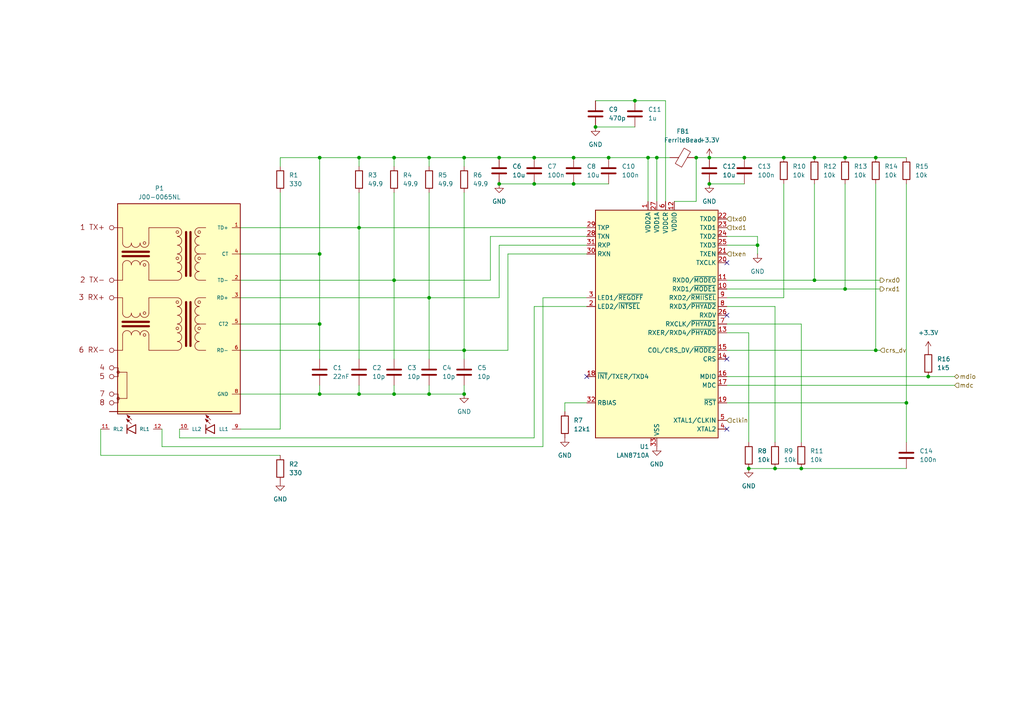
<source format=kicad_sch>
(kicad_sch (version 20231120) (generator "eeschema") (generator_version "8.0")
  (paper "A4")
  (lib_symbols
    (symbol "Device:C" (pin_numbers hide) (pin_names (offset 0.254))
      (property "Reference" "C" (at 0.635 2.54 0))
      (property "Value" "C" (at 0.635 -2.54 0))
      (symbol "C_0_1"
        (polyline (pts (xy -2.032 -0.762) (xy 2.032 -0.762)) (stroke (width 0.508)))
        (polyline (pts (xy -2.032 0.762) (xy 2.032 0.762)) (stroke (width 0.508)))
      )
      (symbol "C_1_1"
        (pin passive line (at 0 3.81 270) (length 2.794) (name "~") (number "1"))
        (pin passive line (at 0 -3.81 90) (length 2.794) (name "~") (number "2"))
      )
    )
    (symbol "Device:FerriteBead" (pin_numbers hide) (pin_names (offset 0))
      (property "Reference" "FB" (at -3.81 0.635 90))
      (property "Value" "FerriteBead" (at 3.81 0 90))
      (symbol "FerriteBead_0_1"
        (polyline (pts (xy 0 -1.27) (xy 0 -1.2192)))
        (polyline (pts (xy 0 1.27) (xy 0 1.2954)))
        (polyline (pts (xy -2.7686 0.4064) (xy -1.7018 2.2606) (xy 2.7686 -0.3048) (xy 1.6764 -2.159) (xy -2.7686 0.4064)))
      )
      (symbol "FerriteBead_1_1"
        (pin passive line (at 0 3.81 270) (length 2.54) (name "~") (number "1"))
        (pin passive line (at 0 -3.81 90) (length 2.54) (name "~") (number "2"))
      )
    )
    (symbol "Device:R" (pin_numbers hide) (pin_names (offset 0))
      (property "Reference" "R" (at 2.032 0 90))
      (property "Value" "R" (at 0 0 90))
      (symbol "R_0_1"
        (rectangle (start -1.016 -2.54) (end 1.016 2.54) (stroke (width 0.254)))
      )
      (symbol "R_1_1"
        (pin passive line (at 0 3.81 270) (length 1.27) (name "~") (number "1"))
        (pin passive line (at 0 -3.81 90) (length 1.27) (name "~") (number "2"))
      )
    )
    (symbol "Interface_Ethernet:LAN8710A"
      (property "Reference" "U" (at -13.97 34.29 0))
      (property "Value" "LAN8710A" (at 17.78 34.29 0))
      (symbol "LAN8710A_0_1"
        (rectangle (start -17.78 33.02) (end 17.78 -33.02) (stroke (width 0.254)) (fill (type background)))
      )
      (symbol "LAN8710A_1_1"
        (pin power_in line (at 2.54 35.56 270) (length 2.54) (name "VDD2A") (number "1"))
        (pin bidirectional line (at -20.32 10.16 0) (length 2.54) (name "RXD1/~{MODE1}") (number "10"))
        (pin bidirectional line (at -20.32 12.7 0) (length 2.54) (name "RXD0/~{MODE0}") (number "11"))
        (pin power_in line (at -5.08 35.56 270) (length 2.54) (name "VDDIO") (number "12"))
        (pin bidirectional line (at -20.32 -2.54 0) (length 2.54) (name "RXER/RXD4/~{PHYAD0}") (number "13"))
        (pin output line (at -20.32 -10.16 0) (length 2.54) (name "CRS") (number "14"))
        (pin bidirectional line (at -20.32 -7.62 0) (length 2.54) (name "COL/CRS_DV/~{MODE2}") (number "15"))
        (pin bidirectional line (at -20.32 -15.24 0) (length 2.54) (name "MDIO") (number "16"))
        (pin input line (at -20.32 -17.78 0) (length 2.54) (name "MDC") (number "17"))
        (pin bidirectional line (at 20.32 -15.24 180) (length 2.54) (name "~{INT}/TXER/TXD4") (number "18"))
        (pin input line (at -20.32 -22.86 0) (length 2.54) (name "~{RST}") (number "19"))
        (pin bidirectional line (at 20.32 5.08 180) (length 2.54) (name "LED2/~{INTSEL}") (number "2"))
        (pin output line (at -20.32 17.78 0) (length 2.54) (name "TXCLK") (number "20"))
        (pin input line (at -20.32 20.32 0) (length 2.54) (name "TXEN") (number "21"))
        (pin input line (at -20.32 30.48 0) (length 2.54) (name "TXD0") (number "22"))
        (pin input line (at -20.32 27.94 0) (length 2.54) (name "TXD1") (number "23"))
        (pin input line (at -20.32 25.4 0) (length 2.54) (name "TXD2") (number "24"))
        (pin input line (at -20.32 22.86 0) (length 2.54) (name "TXD3") (number "25"))
        (pin output line (at -20.32 2.54 0) (length 2.54) (name "RXDV") (number "26"))
        (pin power_in line (at 0 35.56 270) (length 2.54) (name "VDD1A") (number "27"))
        (pin bidirectional line (at 20.32 25.4 180) (length 2.54) (name "TXN") (number "28"))
        (pin bidirectional line (at 20.32 27.94 180) (length 2.54) (name "TXP") (number "29"))
        (pin bidirectional line (at 20.32 7.62 180) (length 2.54) (name "LED1/~{REGOFF}") (number "3"))
        (pin bidirectional line (at 20.32 20.32 180) (length 2.54) (name "RXN") (number "30"))
        (pin bidirectional line (at 20.32 22.86 180) (length 2.54) (name "RXP") (number "31"))
        (pin passive line (at 20.32 -22.86 180) (length 2.54) (name "RBIAS") (number "32"))
        (pin power_in line (at 0 -35.56 90) (length 2.54) (name "VSS") (number "33"))
        (pin output line (at -20.32 -30.48 0) (length 2.54) (name "XTAL2") (number "4"))
        (pin input line (at -20.32 -27.94 0) (length 2.54) (name "XTAL1/CLKIN") (number "5"))
        (pin power_in line (at -2.54 35.56 270) (length 2.54) (name "VDDCR") (number "6"))
        (pin bidirectional line (at -20.32 0 0) (length 2.54) (name "RXCLK/~{PHYAD1}") (number "7"))
        (pin bidirectional line (at -20.32 5.08 0) (length 2.54) (name "RXD3/~{PHYAD2}") (number "8"))
        (pin bidirectional line (at -20.32 7.62 0) (length 2.54) (name "RXD2/~{RMIISEL}") (number "9"))
      )
    )
    (symbol "PostmasterParts:J00-0065NL" (pin_names (offset 1.016))
      (property "Reference" "P" (at -17.7919 29.2295 0))
      (property "Value" "J00-0065NL" (at -17.7844 -38.1095 0))
      (symbol "J00-0065NL_0_0"
        (rectangle (start -20.1507 -28.6173) (end 15.4093 32.3427) (stroke (width 0.254)) (fill (type background)))
        (arc (start -8.255 -10.16) (mid -6.9905 -8.89) (end -8.255 -7.62) (stroke (width 0.1524)))
        (arc (start -8.255 -7.62) (mid -6.9905 -6.35) (end -8.255 -5.08) (stroke (width 0.1524)))
        (arc (start -8.255 -5.08) (mid -6.9905 -3.81) (end -8.255 -2.54) (stroke (width 0.1524)))
        (circle (center -8.255 -3.81) (radius 0.381))
        (arc (start -8.255 -2.54) (mid -6.9905 -1.27) (end -8.255 0) (stroke (width 0.1524)))
        (arc (start -8.255 0) (mid -6.9905 1.27) (end -8.255 2.54) (stroke (width 0.1524)))
        (arc (start -8.255 2.54) (mid -6.9905 3.81) (end -8.255 5.08) (stroke (width 0.1524)))
        (circle (center -8.255 3.81) (radius 0.381))
        (arc (start -8.255 10.16) (mid -6.9905 11.43) (end -8.255 12.7) (stroke (width 0.1524)))
        (arc (start -8.255 12.7) (mid -6.9905 13.97) (end -8.255 15.24) (stroke (width 0.1524)))
        (arc (start -8.255 15.24) (mid -6.9905 16.51) (end -8.255 17.78) (stroke (width 0.1524)))
        (circle (center -8.255 16.51) (radius 0.381))
        (arc (start -8.255 17.78) (mid -6.9905 19.05) (end -8.255 20.32) (stroke (width 0.1524)))
        (arc (start -8.255 20.32) (mid -6.9905 21.59) (end -8.255 22.86) (stroke (width 0.1524)))
        (arc (start -8.255 22.86) (mid -6.9905 24.13) (end -8.255 25.4) (stroke (width 0.1524)))
        (circle (center -8.255 24.13) (radius 0.381))
        (arc (start -1.905 -7.62) (mid -3.1694 -8.89) (end -1.905 -10.16) (stroke (width 0.1524)))
        (arc (start -1.905 -5.08) (mid -3.1694 -6.35) (end -1.905 -7.62) (stroke (width 0.1524)))
        (circle (center -1.905 -3.81) (radius 0.381))
        (arc (start -1.905 -2.54) (mid -3.1694 -3.81) (end -1.905 -5.08) (stroke (width 0.1524)))
        (arc (start -1.905 0) (mid -3.1694 -1.27) (end -1.905 -2.54) (stroke (width 0.1524)))
        (arc (start -1.905 2.54) (mid -3.1694 1.27) (end -1.905 0) (stroke (width 0.1524)))
        (circle (center -1.905 3.81) (radius 0.381))
        (arc (start -1.905 5.08) (mid -3.1694 3.81) (end -1.905 2.54) (stroke (width 0.1524)))
        (arc (start -1.905 12.7) (mid -3.1694 11.43) (end -1.905 10.16) (stroke (width 0.1524)))
        (arc (start -1.905 15.24) (mid -3.1694 13.97) (end -1.905 12.7) (stroke (width 0.1524)))
        (circle (center -1.905 16.51) (radius 0.381))
        (arc (start -1.905 17.78) (mid -3.1694 16.51) (end -1.905 15.24) (stroke (width 0.1524)))
        (arc (start -1.905 20.32) (mid -3.1694 19.05) (end -1.905 17.78) (stroke (width 0.1524)))
        (arc (start -1.905 22.86) (mid -3.1694 21.59) (end -1.905 20.32) (stroke (width 0.1524)))
        (circle (center -1.905 24.13) (radius 0.381))
        (arc (start -1.905 25.4) (mid -3.1694 24.13) (end -1.905 22.86) (stroke (width 0.1524)))
        (polyline (pts (xy -17.78 -27.94) (xy 17.78 -27.94)) (stroke (width 0.254)))
        (polyline (pts (xy -12.7 -33.02) (xy -12.7 -34.29)) (stroke (width 0.254)))
        (polyline (pts (xy -12.7 -31.75) (xy -12.7 -33.02)) (stroke (width 0.254)))
        (polyline (pts (xy -12.7 -31.75) (xy -10.16 -33.02)) (stroke (width 0.254)))
        (polyline (pts (xy -11.557 -30.353) (xy -10.16 -28.956)) (stroke (width 0.1524)))
        (polyline (pts (xy -11.43 -31.496) (xy -10.033 -30.099)) (stroke (width 0.1524)))
        (polyline (pts (xy -10.16 -33.02) (xy -12.7 -34.29)) (stroke (width 0.254)))
        (polyline (pts (xy -10.16 -33.02) (xy -10.16 -34.29)) (stroke (width 0.254)))
        (polyline (pts (xy -10.16 -31.75) (xy -10.16 -33.02)) (stroke (width 0.254)))
        (polyline (pts (xy -10.16 -10.16) (xy -8.255 -10.16)) (stroke (width 0.1524)))
        (polyline (pts (xy -10.16 -2.54) (xy -8.255 -2.54)) (stroke (width 0.1524)))
        (polyline (pts (xy -10.16 5.08) (xy -8.255 5.08)) (stroke (width 0.1524)))
        (polyline (pts (xy -10.16 10.16) (xy -8.255 10.16)) (stroke (width 0.1524)))
        (polyline (pts (xy -10.16 17.78) (xy -8.255 17.78)) (stroke (width 0.1524)))
        (polyline (pts (xy -10.16 25.4) (xy -8.255 25.4)) (stroke (width 0.1524)))
        (polyline (pts (xy -5.715 3.81) (xy -5.715 -8.89)) (stroke (width 0.635)))
        (polyline (pts (xy -5.715 24.13) (xy -5.715 11.43)) (stroke (width 0.635)))
        (polyline (pts (xy -4.445 3.81) (xy -4.445 -8.89)) (stroke (width 0.635)))
        (polyline (pts (xy -4.445 24.13) (xy -4.445 11.43)) (stroke (width 0.635)))
        (polyline (pts (xy -1.905 5.08) (xy 6.35 5.08)) (stroke (width 0.1524)))
        (polyline (pts (xy -1.905 25.4) (xy 6.35 25.4)) (stroke (width 0.1524)))
        (polyline (pts (xy 6.35 -10.16) (xy -1.905 -10.16)) (stroke (width 0.1524)))
        (polyline (pts (xy 6.35 -10.16) (xy 6.35 -5.715)) (stroke (width 0.1524)))
        (polyline (pts (xy 6.35 -3.175) (xy 13.97 -3.175)) (stroke (width 0.635)))
        (polyline (pts (xy 6.35 -1.905) (xy 13.97 -1.905)) (stroke (width 0.635)))
        (polyline (pts (xy 6.35 5.08) (xy 6.35 0.635)) (stroke (width 0.1524)))
        (polyline (pts (xy 6.35 10.16) (xy -1.905 10.16)) (stroke (width 0.1524)))
        (polyline (pts (xy 6.35 10.16) (xy 6.35 14.605)) (stroke (width 0.1524)))
        (polyline (pts (xy 6.35 17.145) (xy 13.97 17.145)) (stroke (width 0.635)))
        (polyline (pts (xy 6.35 18.415) (xy 13.97 18.415)) (stroke (width 0.635)))
        (polyline (pts (xy 6.35 25.4) (xy 6.35 20.955)) (stroke (width 0.1524)))
        (polyline (pts (xy 10.16 -33.02) (xy 10.16 -34.29)) (stroke (width 0.254)))
        (polyline (pts (xy 10.16 -31.75) (xy 10.16 -33.02)) (stroke (width 0.254)))
        (polyline (pts (xy 10.16 -31.75) (xy 12.7 -33.02)) (stroke (width 0.254)))
        (polyline (pts (xy 11.303 -30.353) (xy 12.7 -28.956)) (stroke (width 0.1524)))
        (polyline (pts (xy 11.43 -31.496) (xy 12.827 -30.099)) (stroke (width 0.1524)))
        (polyline (pts (xy 12.7 -33.02) (xy 10.16 -34.29)) (stroke (width 0.254)))
        (polyline (pts (xy 12.7 -33.02) (xy 12.7 -34.29)) (stroke (width 0.254)))
        (polyline (pts (xy 12.7 -31.75) (xy 12.7 -33.02)) (stroke (width 0.254)))
        (polyline (pts (xy 12.7 -24.13) (xy 15.24 -24.13)) (stroke (width 0.1524)))
        (polyline (pts (xy 12.7 -16.51) (xy 12.7 -24.13)) (stroke (width 0.1524)))
        (polyline (pts (xy 13.97 -10.16) (xy 16.51 -10.16)) (stroke (width 0.1524)))
        (polyline (pts (xy 13.97 -5.715) (xy 13.97 -10.16)) (stroke (width 0.1524)))
        (polyline (pts (xy 13.97 0.635) (xy 13.97 5.08)) (stroke (width 0.1524)))
        (polyline (pts (xy 13.97 5.08) (xy 16.51 5.08)) (stroke (width 0.1524)))
        (polyline (pts (xy 13.97 10.16) (xy 16.51 10.16)) (stroke (width 0.1524)))
        (polyline (pts (xy 13.97 14.605) (xy 13.97 10.16)) (stroke (width 0.1524)))
        (polyline (pts (xy 13.97 20.955) (xy 13.97 25.4)) (stroke (width 0.1524)))
        (polyline (pts (xy 13.97 25.4) (xy 16.51 25.4)) (stroke (width 0.1524)))
        (polyline (pts (xy 15.24 -25.4) (xy 16.51 -25.4)) (stroke (width 0.1524)))
        (polyline (pts (xy 15.24 -24.13) (xy 15.24 -25.4)) (stroke (width 0.1524)))
        (polyline (pts (xy 15.24 -22.86) (xy 15.24 -24.13)) (stroke (width 0.1524)))
        (polyline (pts (xy 15.24 -17.78) (xy 16.51 -17.78)) (stroke (width 0.1524)))
        (polyline (pts (xy 15.24 -16.51) (xy 12.7 -16.51)) (stroke (width 0.1524)))
        (polyline (pts (xy 15.24 -16.51) (xy 15.24 -17.78)) (stroke (width 0.1524)))
        (polyline (pts (xy 15.24 -15.24) (xy 15.24 -16.51)) (stroke (width 0.1524)))
        (polyline (pts (xy 16.51 -22.86) (xy 15.24 -22.86)) (stroke (width 0.1524)))
        (polyline (pts (xy 16.51 -15.24) (xy 15.24 -15.24)) (stroke (width 0.1524)))
        (polyline (pts (xy -10.16 -28.956) (xy -10.541 -29.845) (xy -11.049 -29.337) (xy -10.16 -28.956)) (stroke (width 0.1524)) (fill (type outline)))
        (polyline (pts (xy -10.033 -30.099) (xy -10.414 -30.988) (xy -10.922 -30.48) (xy -10.033 -30.099)) (stroke (width 0.1524)) (fill (type outline)))
        (polyline (pts (xy 12.7 -28.956) (xy 12.319 -29.845) (xy 11.811 -29.337) (xy 12.7 -28.956)) (stroke (width 0.1524)) (fill (type outline)))
        (polyline (pts (xy 12.827 -30.099) (xy 12.446 -30.988) (xy 11.938 -30.48) (xy 12.827 -30.099)) (stroke (width 0.1524)) (fill (type outline)))
        (arc (start 6.35 0.635) (mid 7.62 -0.6295) (end 8.89 0.635) (stroke (width 0.1524)))
        (arc (start 6.35 20.955) (mid 7.62 19.6905) (end 8.89 20.955) (stroke (width 0.1524)))
        (circle (center 7.62 -5.715) (radius 0.381))
        (circle (center 7.62 0.635) (radius 0.381))
        (circle (center 7.62 14.605) (radius 0.381))
        (circle (center 7.62 20.955) (radius 0.381))
        (arc (start 8.89 -5.715) (mid 7.62 -4.4505) (end 6.35 -5.715) (stroke (width 0.1524)))
        (arc (start 8.89 0.635) (mid 10.16 -0.6295) (end 11.43 0.635) (stroke (width 0.1524)))
        (arc (start 8.89 14.605) (mid 7.62 15.8694) (end 6.35 14.605) (stroke (width 0.1524)))
        (arc (start 8.89 20.955) (mid 10.16 19.6905) (end 11.43 20.955) (stroke (width 0.1524)))
        (arc (start 11.43 -5.715) (mid 10.16 -4.4505) (end 8.89 -5.715) (stroke (width 0.1524)))
        (arc (start 11.43 0.635) (mid 12.7 -0.6295) (end 13.97 0.635) (stroke (width 0.1524)))
        (arc (start 11.43 14.605) (mid 10.16 15.8694) (end 8.89 14.605) (stroke (width 0.1524)))
        (arc (start 11.43 20.955) (mid 12.7 19.6905) (end 13.97 20.955) (stroke (width 0.1524)))
        (arc (start 13.97 -5.715) (mid 12.7 -4.4505) (end 11.43 -5.715) (stroke (width 0.1524)))
        (arc (start 13.97 14.605) (mid 12.7 15.8694) (end 11.43 14.605) (stroke (width 0.1524)))
        (circle (center 15.24 -24.13) (radius 0.381))
        (circle (center 15.24 -16.51) (radius 0.381))
        (circle (center 17.145 -25.4) (radius 0.635) (stroke (width 0.1524)))
        (circle (center 17.145 -22.86) (radius 0.635) (stroke (width 0.1524)))
        (circle (center 17.145 -17.78) (radius 0.635) (stroke (width 0.1524)))
        (circle (center 17.145 -15.24) (radius 0.635) (stroke (width 0.1524)))
        (circle (center 17.145 -10.16) (radius 0.635) (stroke (width 0.1524)))
        (circle (center 17.145 5.08) (radius 0.635) (stroke (width 0.1524)))
        (circle (center 17.145 10.16) (radius 0.635) (stroke (width 0.1524)))
        (circle (center 17.145 25.4) (radius 0.635) (stroke (width 0.1524)))
        (text "1 TX+" (at 19.0576 24.6479 0) (effects (font (size 1.5246 1.5246)) (justify left bottom)))
        (text "2 TX-" (at 19.0542 9.4001 0) (effects (font (size 1.5243 1.5243)) (justify left bottom)))
        (text "3 RX+" (at 19.0802 4.3248 0) (effects (font (size 1.5264 1.5264)) (justify left bottom)))
        (text "4" (at 19.0648 -16.0144 0) (effects (font (size 1.5252 1.5252)) (justify left bottom)))
        (text "5" (at 19.0876 -18.5786 0) (effects (font (size 1.527 1.527)) (justify left bottom)))
        (text "6 RX-" (at 19.0605 -10.928 0) (effects (font (size 1.5248 1.5248)) (justify left bottom)))
        (text "7" (at 19.0717 -23.6489 0) (effects (font (size 1.5257 1.5257)) (justify left bottom)))
        (text "8" (at 19.0716 -26.1917 0) (effects (font (size 1.5257 1.5257)) (justify left bottom)))
        (pin input line (at -20.32 25.4 0) (length 2.54) (name "TD+") (number "1"))
        (pin passive line (at -2.54 -33.02 180) (length 2.54) (name "LL2") (number "10"))
        (pin passive line (at 20.32 -33.02 180) (length 2.54) (name "RL2") (number "11"))
        (pin passive line (at 2.54 -33.02 0) (length 2.54) (name "RL1") (number "12"))
        (pin input line (at -20.32 10.16 0) (length 2.54) (name "TD-") (number "2"))
        (pin input line (at -20.32 5.08 0) (length 2.54) (name "RD+") (number "3"))
        (pin input line (at -20.32 17.78 0) (length 2.54) (name "CT") (number "4"))
        (pin input line (at -20.32 -2.54 0) (length 2.54) (name "CT2") (number "5"))
        (pin input line (at -20.32 -10.16 0) (length 2.54) (name "RD-") (number "6"))
        (pin passive line (at -20.32 -22.86 0) (length 2.54) (name "GND") (number "8"))
        (pin passive line (at -20.32 -33.02 0) (length 2.54) (name "LL1") (number "9"))
      )
    )
    (symbol "power:+3.3V" (power) (pin_numbers hide) (pin_names (offset 0) hide)
      (property "Value" "+3.3V" (at 0 3.556 0))
      (symbol "+3.3V_0_1"
        (polyline (pts (xy -0.762 1.27) (xy 0 2.54)))
        (polyline (pts (xy 0 0) (xy 0 2.54)))
        (polyline (pts (xy 0 2.54) (xy 0.762 1.27)))
      )
      (symbol "+3.3V_1_1"
        (pin power_in line (at 0 0 90) (length 0) (name "~") (number "1"))
      )
    )
    (symbol "power:GND" (power) (pin_numbers hide) (pin_names (offset 0) hide)
      (property "Value" "GND" (at 0 -3.81 0))
      (symbol "GND_0_1"
        (polyline (pts (xy 0 0) (xy 0 -1.27) (xy 1.27 -1.27) (xy 0 -2.54) (xy -1.27 -1.27) (xy 0 -1.27)))
      )
      (symbol "GND_1_1"
        (pin power_in line (at 0 0 270) (length 0) (name "~") (number "1"))
      )
    )
  )
  (junction (at 166.37 45.72))
  (junction (at 201.93 45.72))
  (junction (at 124.46 114.3))
  (junction (at 124.46 45.72))
  (junction (at 217.17 135.89))
  (junction (at 215.9 45.72))
  (junction (at 154.94 53.34))
  (junction (at 176.53 45.72))
  (junction (at 134.62 45.72))
  (junction (at 92.71 73.66))
  (junction (at 144.78 45.72))
  (junction (at 134.62 114.3))
  (junction (at 92.71 45.72))
  (junction (at 245.11 83.82))
  (junction (at 104.14 45.72))
  (junction (at 184.15 29.21))
  (junction (at 144.78 53.34))
  (junction (at 236.22 45.72))
  (junction (at 92.71 114.3))
  (junction (at 104.14 114.3))
  (junction (at 254 101.6))
  (junction (at 205.74 53.34))
  (junction (at 154.94 45.72))
  (junction (at 219.71 71.12))
  (junction (at 124.46 86.36))
  (junction (at 262.89 116.84))
  (junction (at 205.74 45.72))
  (junction (at 92.71 93.98))
  (junction (at 166.37 53.34))
  (junction (at 114.3 114.3))
  (junction (at 227.33 45.72))
  (junction (at 114.3 45.72))
  (junction (at 236.22 81.28))
  (junction (at 245.11 45.72))
  (junction (at 190.5 45.72))
  (junction (at 134.62 101.6))
  (junction (at 172.72 36.83))
  (junction (at 187.96 45.72))
  (junction (at 104.14 66.04))
  (junction (at 224.79 135.89))
  (junction (at 232.41 135.89))
  (junction (at 269.24 109.22))
  (junction (at 114.3 81.28))
  (junction (at 254 45.72))
  (no_connect (at 210.82 104.14))
  (no_connect (at 210.82 124.46))
  (no_connect (at 210.82 91.44))
  (no_connect (at 170.18 109.22))
  (no_connect (at 210.82 76.2))
  (wire (pts (xy 210.82 83.82) (xy 245.11 83.82)))
  (wire (pts (xy 144.78 53.34) (xy 154.94 53.34)))
  (wire (pts (xy 104.14 114.3) (xy 104.14 111.76)))
  (wire (pts (xy 81.28 124.46) (xy 81.28 55.88)))
  (wire (pts (xy 201.93 58.42) (xy 201.93 45.72)))
  (wire (pts (xy 205.74 53.34) (xy 215.9 53.34)))
  (wire (pts (xy 172.72 36.83) (xy 184.15 36.83)))
  (wire (pts (xy 184.15 29.21) (xy 193.04 29.21)))
  (wire (pts (xy 232.41 93.98) (xy 232.41 128.27)))
  (wire (pts (xy 134.62 101.6) (xy 147.32 101.6)))
  (wire (pts (xy 124.46 86.36) (xy 144.78 86.36)))
  (wire (pts (xy 104.14 104.14) (xy 104.14 66.04)))
  (wire (pts (xy 215.9 45.72) (xy 227.33 45.72)))
  (wire (pts (xy 187.96 45.72) (xy 190.5 45.72)))
  (wire (pts (xy 157.48 129.54) (xy 157.48 86.36)))
  (wire (pts (xy 144.78 45.72) (xy 134.62 45.72)))
  (wire (pts (xy 147.32 101.6) (xy 147.32 73.66)))
  (wire (pts (xy 46.99 124.46) (xy 46.99 129.54)))
  (wire (pts (xy 154.94 88.9) (xy 170.18 88.9)))
  (wire (pts (xy 142.24 81.28) (xy 142.24 68.58)))
  (wire (pts (xy 195.58 58.42) (xy 201.93 58.42)))
  (wire (pts (xy 269.24 109.22) (xy 276.86 109.22)))
  (wire (pts (xy 69.85 81.28) (xy 114.3 81.28)))
  (wire (pts (xy 144.78 71.12) (xy 170.18 71.12)))
  (wire (pts (xy 254 101.6) (xy 255.27 101.6)))
  (wire (pts (xy 92.71 73.66) (xy 92.71 45.72)))
  (wire (pts (xy 104.14 45.72) (xy 92.71 45.72)))
  (wire (pts (xy 217.17 96.52) (xy 217.17 128.27)))
  (wire (pts (xy 236.22 45.72) (xy 245.11 45.72)))
  (wire (pts (xy 210.82 81.28) (xy 236.22 81.28)))
  (wire (pts (xy 114.3 55.88) (xy 114.3 81.28)))
  (wire (pts (xy 124.46 45.72) (xy 134.62 45.72)))
  (wire (pts (xy 210.82 109.22) (xy 269.24 109.22)))
  (wire (pts (xy 210.82 96.52) (xy 217.17 96.52)))
  (wire (pts (xy 124.46 45.72) (xy 124.46 48.26)))
  (wire (pts (xy 134.62 101.6) (xy 134.62 104.14)))
  (wire (pts (xy 217.17 135.89) (xy 224.79 135.89)))
  (wire (pts (xy 92.71 45.72) (xy 81.28 45.72)))
  (wire (pts (xy 104.14 114.3) (xy 114.3 114.3)))
  (wire (pts (xy 210.82 111.76) (xy 276.86 111.76)))
  (wire (pts (xy 219.71 68.58) (xy 219.71 71.12)))
  (wire (pts (xy 163.83 116.84) (xy 163.83 119.38)))
  (wire (pts (xy 134.62 45.72) (xy 134.62 48.26)))
  (wire (pts (xy 52.07 124.46) (xy 52.07 127)))
  (wire (pts (xy 134.62 55.88) (xy 134.62 101.6)))
  (wire (pts (xy 81.28 45.72) (xy 81.28 48.26)))
  (wire (pts (xy 114.3 45.72) (xy 114.3 48.26)))
  (wire (pts (xy 170.18 116.84) (xy 163.83 116.84)))
  (wire (pts (xy 124.46 86.36) (xy 124.46 104.14)))
  (wire (pts (xy 227.33 86.36) (xy 227.33 53.34)))
  (wire (pts (xy 176.53 45.72) (xy 187.96 45.72)))
  (wire (pts (xy 190.5 45.72) (xy 190.5 58.42)))
  (wire (pts (xy 254 45.72) (xy 262.89 45.72)))
  (wire (pts (xy 154.94 127) (xy 154.94 88.9)))
  (wire (pts (xy 114.3 114.3) (xy 114.3 111.76)))
  (wire (pts (xy 205.74 45.72) (xy 215.9 45.72)))
  (wire (pts (xy 69.85 124.46) (xy 81.28 124.46)))
  (wire (pts (xy 124.46 55.88) (xy 124.46 86.36)))
  (wire (pts (xy 201.93 45.72) (xy 205.74 45.72)))
  (wire (pts (xy 124.46 114.3) (xy 134.62 114.3)))
  (wire (pts (xy 210.82 101.6) (xy 254 101.6)))
  (wire (pts (xy 154.94 53.34) (xy 166.37 53.34)))
  (wire (pts (xy 210.82 86.36) (xy 227.33 86.36)))
  (wire (pts (xy 210.82 88.9) (xy 224.79 88.9)))
  (wire (pts (xy 69.85 66.04) (xy 104.14 66.04)))
  (wire (pts (xy 210.82 116.84) (xy 262.89 116.84)))
  (wire (pts (xy 114.3 81.28) (xy 142.24 81.28)))
  (wire (pts (xy 147.32 73.66) (xy 170.18 73.66)))
  (wire (pts (xy 144.78 86.36) (xy 144.78 71.12)))
  (wire (pts (xy 262.89 116.84) (xy 262.89 128.27)))
  (wire (pts (xy 114.3 81.28) (xy 114.3 104.14)))
  (wire (pts (xy 166.37 53.34) (xy 176.53 53.34)))
  (wire (pts (xy 69.85 86.36) (xy 124.46 86.36)))
  (wire (pts (xy 236.22 81.28) (xy 255.27 81.28)))
  (wire (pts (xy 114.3 114.3) (xy 124.46 114.3)))
  (wire (pts (xy 69.85 93.98) (xy 92.71 93.98)))
  (wire (pts (xy 236.22 81.28) (xy 236.22 53.34)))
  (wire (pts (xy 172.72 29.21) (xy 184.15 29.21)))
  (wire (pts (xy 92.71 73.66) (xy 92.71 93.98)))
  (wire (pts (xy 104.14 66.04) (xy 170.18 66.04)))
  (wire (pts (xy 46.99 129.54) (xy 157.48 129.54)))
  (wire (pts (xy 69.85 101.6) (xy 134.62 101.6)))
  (wire (pts (xy 210.82 68.58) (xy 219.71 68.58)))
  (wire (pts (xy 193.04 29.21) (xy 193.04 58.42)))
  (wire (pts (xy 224.79 88.9) (xy 224.79 128.27)))
  (wire (pts (xy 104.14 45.72) (xy 114.3 45.72)))
  (wire (pts (xy 245.11 45.72) (xy 254 45.72)))
  (wire (pts (xy 255.27 83.82) (xy 245.11 83.82)))
  (wire (pts (xy 29.21 124.46) (xy 29.21 132.08)))
  (wire (pts (xy 114.3 45.72) (xy 124.46 45.72)))
  (wire (pts (xy 124.46 114.3) (xy 124.46 111.76)))
  (wire (pts (xy 190.5 45.72) (xy 194.31 45.72)))
  (wire (pts (xy 210.82 93.98) (xy 232.41 93.98)))
  (wire (pts (xy 262.89 135.89) (xy 232.41 135.89)))
  (wire (pts (xy 92.71 111.76) (xy 92.71 114.3)))
  (wire (pts (xy 142.24 68.58) (xy 170.18 68.58)))
  (wire (pts (xy 166.37 45.72) (xy 154.94 45.72)))
  (wire (pts (xy 224.79 135.89) (xy 232.41 135.89)))
  (wire (pts (xy 227.33 45.72) (xy 236.22 45.72)))
  (wire (pts (xy 262.89 116.84) (xy 262.89 53.34)))
  (wire (pts (xy 157.48 86.36) (xy 170.18 86.36)))
  (wire (pts (xy 219.71 71.12) (xy 219.71 73.66)))
  (wire (pts (xy 92.71 114.3) (xy 104.14 114.3)))
  (wire (pts (xy 187.96 45.72) (xy 187.96 58.42)))
  (wire (pts (xy 254 101.6) (xy 254 53.34)))
  (wire (pts (xy 29.21 132.08) (xy 81.28 132.08)))
  (wire (pts (xy 104.14 66.04) (xy 104.14 55.88)))
  (wire (pts (xy 134.62 114.3) (xy 134.62 111.76)))
  (wire (pts (xy 104.14 45.72) (xy 104.14 48.26)))
  (wire (pts (xy 210.82 71.12) (xy 219.71 71.12)))
  (wire (pts (xy 176.53 45.72) (xy 166.37 45.72)))
  (wire (pts (xy 52.07 127) (xy 154.94 127)))
  (wire (pts (xy 154.94 45.72) (xy 144.78 45.72)))
  (wire (pts (xy 92.71 93.98) (xy 92.71 104.14)))
  (wire (pts (xy 69.85 73.66) (xy 92.71 73.66)))
  (wire (pts (xy 245.11 53.34) (xy 245.11 83.82)))
  (wire (pts (xy 92.71 114.3) (xy 69.85 114.3)))
  (hierarchical_label "rxd0" (shape output) (at 255.27 81.28 0))
  (hierarchical_label "txd1" (shape input) (at 210.82 66.04 0))
  (hierarchical_label "crs_dv" (shape input) (at 255.27 101.6 0))
  (hierarchical_label "rxd1" (shape output) (at 255.27 83.82 0))
  (hierarchical_label "mdio" (shape bidirectional) (at 276.86 109.22 0))
  (hierarchical_label "txen" (shape input) (at 210.82 73.66 0))
  (hierarchical_label "mdc" (shape input) (at 276.86 111.76 0))
  (hierarchical_label "txd0" (shape input) (at 210.82 63.5 0))
  (hierarchical_label "clkin" (shape input) (at 210.82 121.92 0))
  (symbol (lib_id "Device:C") (at 172.72 33.02 0) (unit 1)
    (property "Reference" "C9" (at 176.53 31.7499 0) (effects (justify left)))
    (property "Value" "470p" (at 176.53 34.2899 0) (effects (justify left)))
    (property "Footprint" "Capacitor_SMD:C_0603_1608Metric" (effects (hide yes)))
    (property "Description" "Unpolarized capacitor" (effects (hide yes)))
    (property "JLCPCBPart" "C1620" (effects (hide yes)))
  )
  (symbol (lib_id "Device:C") (at 154.94 49.53 0) (unit 1)
    (property "Reference" "C7" (at 158.75 48.2599 0) (effects (justify left)))
    (property "Value" "100n" (at 158.75 50.7999 0) (effects (justify left)))
    (property "Footprint" "Capacitor_SMD:C_0603_1608Metric" (effects (hide yes)))
    (property "Description" "Unpolarized capacitor" (effects (hide yes)))
    (property "JLCPCBPart" "C14663" (effects (hide yes)))
  )
  (symbol (lib_id "power:+3.3V") (at 269.24 101.6 0) (unit 1)
    (property "Reference" "#PWR010" (effects (hide yes)))
    (property "Value" "+3.3V" (at 269.24 96.52 0))
    (property "Description" "Power symbol creates a global label with name \"+3.3V\"" (effects (hide yes)))
  )
  (symbol (lib_id "Device:R") (at 81.28 135.89 0) (unit 1)
    (property "Reference" "R2" (at 83.82 134.6199 0) (effects (justify left)))
    (property "Value" "330" (at 83.82 137.1599 0) (effects (justify left)))
    (property "Footprint" "Resistor_SMD:R_0603_1608Metric" (effects (hide yes)))
    (property "Description" "Resistor" (effects (hide yes)))
    (property "JLCPCBPart" "C23138" (effects (hide yes)))
  )
  (symbol (lib_id "power:GND") (at 205.74 53.34 0) (unit 1)
    (property "Reference" "#PWR08" (effects (hide yes)))
    (property "Value" "GND" (at 205.74 58.42 0))
    (property "Description" "Power symbol creates a global label with name \"GND\" , ground" (effects (hide yes)))
  )
  (symbol (lib_id "Device:R") (at 269.24 105.41 0) (unit 1)
    (property "Reference" "R16" (at 271.78 104.1399 0) (effects (justify left)))
    (property "Value" "1k5" (at 271.78 106.6799 0) (effects (justify left)))
    (property "Footprint" "Resistor_SMD:R_0603_1608Metric" (effects (hide yes)))
    (property "Description" "Resistor" (effects (hide yes)))
    (property "JLCPCBPart" "C22843" (effects (hide yes)))
  )
  (symbol (lib_id "Device:C") (at 134.62 107.95 0) (unit 1)
    (property "Reference" "C5" (at 138.43 106.6799 0) (effects (justify left)))
    (property "Value" "10p" (at 138.43 109.2199 0) (effects (justify left)))
    (property "Footprint" "Capacitor_SMD:C_0603_1608Metric" (effects (hide yes)))
    (property "Description" "Unpolarized capacitor" (effects (hide yes)))
    (property "JCLPCBPart" "C1634" (effects (hide yes)))
  )
  (symbol (lib_id "power:GND") (at 81.28 139.7 0) (unit 1)
    (property "Reference" "#PWR01" (effects (hide yes)))
    (property "Value" "GND" (at 81.28 144.78 0))
    (property "Description" "Power symbol creates a global label with name \"GND\" , ground" (effects (hide yes)))
  )
  (symbol (lib_id "power:GND") (at 217.17 135.89 0) (unit 1)
    (property "Reference" "#PWR09" (effects (hide yes)))
    (property "Value" "GND" (at 217.17 140.97 0))
    (property "Description" "Power symbol creates a global label with name \"GND\" , ground" (effects (hide yes)))
  )
  (symbol (lib_id "Device:R") (at 114.3 52.07 0) (unit 1)
    (property "Reference" "R4" (at 116.84 50.7999 0) (effects (justify left)))
    (property "Value" "49.9" (at 116.84 53.3399 0) (effects (justify left)))
    (property "Footprint" "Resistor_SMD:R_0603_1608Metric" (effects (hide yes)))
    (property "Description" "Resistor" (effects (hide yes)))
    (property "JLCPCBPart" "C269902" (effects (hide yes)))
  )
  (symbol (lib_id "Device:R") (at 81.28 52.07 0) (unit 1)
    (property "Reference" "R1" (at 83.82 50.7999 0) (effects (justify left)))
    (property "Value" "330" (at 83.82 53.3399 0) (effects (justify left)))
    (property "Footprint" "Resistor_SMD:R_0603_1608Metric" (effects (hide yes)))
    (property "Description" "Resistor" (effects (hide yes)))
    (property "JLCPCBPart" "C23138" (effects (hide yes)))
  )
  (symbol (lib_id "Device:R") (at 232.41 132.08 0) (unit 1)
    (property "Reference" "R11" (at 234.95 130.8099 0) (effects (justify left)))
    (property "Value" "10k" (at 234.95 133.3499 0) (effects (justify left)))
    (property "Footprint" "Resistor_SMD:R_0603_1608Metric" (effects (hide yes)))
    (property "Description" "Resistor" (effects (hide yes)))
    (property "JLCPCBPart" "C25804" (effects (hide yes)))
  )
  (symbol (lib_id "Interface_Ethernet:LAN8710A") (at 190.5 93.98 0) (mirror y) (unit 1)
    (property "Reference" "U1" (at 188.3059 129.54 0) (effects (justify left)))
    (property "Value" "LAN8710A" (at 188.3059 132.08 0) (effects (justify left)))
    (property "Footprint" "Package_DFN_QFN:QFN-32-1EP_5x5mm_P0.5mm_EP3.3x3.3mm_ThermalVias" (effects (hide yes)))
    (property "Datasheet" "http://ww1.microchip.com/downloads/en/DeviceDoc/8710a.pdf" (effects (hide yes)))
    (property "Description" "LAN8710 Ethernet PHY with MII/RMII interface, QFN-32" (effects (hide yes)))
    (property "JLCPCBPart" "C46185" (effects (hide yes)))
  )
  (symbol (lib_id "power:GND") (at 134.62 114.3 0) (unit 1)
    (property "Reference" "#PWR02" (effects (hide yes)))
    (property "Value" "GND" (at 134.62 119.38 0))
    (property "Description" "Power symbol creates a global label with name \"GND\" , ground" (effects (hide yes)))
  )
  (symbol (lib_id "Device:R") (at 245.11 49.53 0) (unit 1)
    (property "Reference" "R13" (at 247.65 48.2599 0) (effects (justify left)))
    (property "Value" "10k" (at 247.65 50.7999 0) (effects (justify left)))
    (property "Footprint" "Resistor_SMD:R_0603_1608Metric" (effects (hide yes)))
    (property "Description" "Resistor" (effects (hide yes)))
    (property "JLCPCBPart" "C25804" (effects (hide yes)))
  )
  (symbol (lib_id "power:GND") (at 219.71 73.66 0) (unit 1)
    (property "Reference" "#PWR011" (effects (hide yes)))
    (property "Value" "GND" (at 219.71 78.74 0))
    (property "Description" "Power symbol creates a global label with name \"GND\" , ground" (effects (hide yes)))
  )
  (symbol (lib_id "power:+3.3V") (at 205.74 45.72 0) (unit 1)
    (property "Reference" "#PWR07" (effects (hide yes)))
    (property "Value" "+3.3V" (at 205.74 40.64 0))
    (property "Description" "Power symbol creates a global label with name \"+3.3V\"" (effects (hide yes)))
  )
  (symbol (lib_id "Device:FerriteBead") (at 198.12 45.72 90) (unit 1)
    (property "Reference" "FB1" (at 198.0692 38.1 90))
    (property "Value" "FerriteBead" (at 198.0692 40.64 90))
    (property "Footprint" "Inductor_SMD:L_0603_1608Metric" (effects (hide yes)))
    (property "Description" "Ferrite bead" (effects (hide yes)))
    (property "JLCPCBPart" "C1002" (effects (hide yes)))
  )
  (symbol (lib_id "PostmasterParts:J00-0065NL") (at 49.53 91.44 0) (mirror y) (unit 1)
    (property "Reference" "P1" (at 46.2519 54.61 0))
    (property "Value" "J00-0065NL" (at 46.2519 57.15 0))
    (property "Footprint" "J00-0065NL:PULSE_J00-0065NL" (effects (hide yes)))
    (property "MF" "Pulse Electronics Network" (effects (hide yes)))
    (property "Description_1" "\n                        \n                            1 Port RJ45Through Hole 10/100 Base-TX, AutoMDIX\n                        \n" (effects (hide yes)))
    (property "Package" "None" (effects (hide yes)))
    (property "Price" "None" (effects (hide yes)))
    (property "Check_prices" "https://www.snapeda.com/parts/J00-0065NL/Pulse/view-part/?ref=eda" (effects (hide yes)))
    (property "SnapEDA_Link" "https://www.snapeda.com/parts/J00-0065NL/Pulse/view-part/?ref=snap" (effects (hide yes)))
    (property "MP" "J00-0065NL" (effects (hide yes)))
    (property "Availability" "In Stock" (effects (hide yes)))
    (property "MANUFACTURER" "Pulse" (effects (hide yes)))
    (property "JLCPCBPart" "C3178480" (effects (hide yes)))
  )
  (symbol (lib_id "Device:C") (at 144.78 49.53 0) (unit 1)
    (property "Reference" "C6" (at 148.59 48.2599 0) (effects (justify left)))
    (property "Value" "10u" (at 148.59 50.7999 0) (effects (justify left)))
    (property "Footprint" "Capacitor_SMD:C_0603_1608Metric" (effects (hide yes)))
    (property "Description" "Unpolarized capacitor" (effects (hide yes)))
    (property "JLCPCBPart" "C19702" (effects (hide yes)))
  )
  (symbol (lib_id "Device:R") (at 104.14 52.07 0) (unit 1)
    (property "Reference" "R3" (at 106.68 50.7999 0) (effects (justify left)))
    (property "Value" "49.9" (at 106.68 53.3399 0) (effects (justify left)))
    (property "Footprint" "Resistor_SMD:R_0603_1608Metric" (effects (hide yes)))
    (property "Description" "Resistor" (effects (hide yes)))
    (property "JLCPCBPart" "C269902" (effects (hide yes)))
  )
  (symbol (lib_id "Device:R") (at 224.79 132.08 0) (unit 1)
    (property "Reference" "R9" (at 227.33 130.8099 0) (effects (justify left)))
    (property "Value" "10k" (at 227.33 133.3499 0) (effects (justify left)))
    (property "Footprint" "Resistor_SMD:R_0603_1608Metric" (effects (hide yes)))
    (property "Description" "Resistor" (effects (hide yes)))
    (property "JLCPCBPart" "C25804" (effects (hide yes)))
  )
  (symbol (lib_id "Device:C") (at 92.71 107.95 0) (unit 1)
    (property "Reference" "C1" (at 96.52 106.6799 0) (effects (justify left)))
    (property "Value" "22nF" (at 96.52 109.2199 0) (effects (justify left)))
    (property "Footprint" "Capacitor_SMD:C_0603_1608Metric" (effects (hide yes)))
    (property "Description" "Unpolarized capacitor" (effects (hide yes)))
    (property "JLCPCBPart" "C21122" (effects (hide yes)))
  )
  (symbol (lib_id "Device:R") (at 227.33 49.53 0) (unit 1)
    (property "Reference" "R10" (at 229.87 48.2599 0) (effects (justify left)))
    (property "Value" "10k" (at 229.87 50.7999 0) (effects (justify left)))
    (property "Footprint" "Resistor_SMD:R_0603_1608Metric" (effects (hide yes)))
    (property "Description" "Resistor" (effects (hide yes)))
    (property "JLCPCBPart" "C25804" (effects (hide yes)))
  )
  (symbol (lib_id "Device:C") (at 262.89 132.08 0) (unit 1)
    (property "Reference" "C14" (at 266.7 130.8099 0) (effects (justify left)))
    (property "Value" "100n" (at 266.7 133.3499 0) (effects (justify left)))
    (property "Footprint" "Capacitor_SMD:C_0603_1608Metric" (effects (hide yes)))
    (property "Description" "Unpolarized capacitor" (effects (hide yes)))
    (property "JLCPCBPart" "C14663" (effects (hide yes)))
  )
  (symbol (lib_id "power:GND") (at 163.83 127 0) (unit 1)
    (property "Reference" "#PWR04" (effects (hide yes)))
    (property "Value" "GND" (at 163.83 132.08 0))
    (property "Description" "Power symbol creates a global label with name \"GND\" , ground" (effects (hide yes)))
  )
  (symbol (lib_id "Device:C") (at 205.74 49.53 0) (unit 1)
    (property "Reference" "C12" (at 209.55 48.2599 0) (effects (justify left)))
    (property "Value" "10u" (at 209.55 50.7999 0) (effects (justify left)))
    (property "Footprint" "Capacitor_SMD:C_0603_1608Metric" (effects (hide yes)))
    (property "Description" "Unpolarized capacitor" (effects (hide yes)))
    (property "JLCPCBPart" "C19702" (effects (hide yes)))
  )
  (symbol (lib_id "Device:R") (at 134.62 52.07 0) (unit 1)
    (property "Reference" "R6" (at 137.16 50.7999 0) (effects (justify left)))
    (property "Value" "49.9" (at 137.16 53.3399 0) (effects (justify left)))
    (property "Footprint" "Resistor_SMD:R_0603_1608Metric" (effects (hide yes)))
    (property "Description" "Resistor" (effects (hide yes)))
    (property "JLCPCBPart" "C269902" (effects (hide yes)))
  )
  (symbol (lib_id "Device:C") (at 215.9 49.53 0) (unit 1)
    (property "Reference" "C13" (at 219.71 48.2599 0) (effects (justify left)))
    (property "Value" "100n" (at 219.71 50.7999 0) (effects (justify left)))
    (property "Footprint" "Capacitor_SMD:C_0603_1608Metric" (effects (hide yes)))
    (property "Description" "Unpolarized capacitor" (effects (hide yes)))
    (property "JLCPCBPart" "C14663" (effects (hide yes)))
  )
  (symbol (lib_id "Device:R") (at 262.89 49.53 0) (unit 1)
    (property "Reference" "R15" (at 265.43 48.2599 0) (effects (justify left)))
    (property "Value" "10k" (at 265.43 50.7999 0) (effects (justify left)))
    (property "Footprint" "Resistor_SMD:R_0603_1608Metric" (effects (hide yes)))
    (property "Description" "Resistor" (effects (hide yes)))
    (property "JLCPCBPart" "C25804" (effects (hide yes)))
  )
  (symbol (lib_id "Device:C") (at 184.15 33.02 0) (unit 1)
    (property "Reference" "C11" (at 187.96 31.7499 0) (effects (justify left)))
    (property "Value" "1u" (at 187.96 34.2899 0) (effects (justify left)))
    (property "Footprint" "Capacitor_SMD:C_0805_2012Metric" (effects (hide yes)))
    (property "Description" "Unpolarized capacitor" (effects (hide yes)))
    (property "JLCPCBPart" "C15849" (effects (hide yes)))
  )
  (symbol (lib_id "power:GND") (at 144.78 53.34 0) (unit 1)
    (property "Reference" "#PWR03" (effects (hide yes)))
    (property "Value" "GND" (at 144.78 58.42 0))
    (property "Description" "Power symbol creates a global label with name \"GND\" , ground" (effects (hide yes)))
  )
  (symbol (lib_id "power:GND") (at 172.72 36.83 0) (unit 1)
    (property "Reference" "#PWR05" (effects (hide yes)))
    (property "Value" "GND" (at 172.72 41.91 0))
    (property "Description" "Power symbol creates a global label with name \"GND\" , ground" (effects (hide yes)))
  )
  (symbol (lib_id "power:GND") (at 190.5 129.54 0) (unit 1)
    (property "Reference" "#PWR06" (effects (hide yes)))
    (property "Value" "GND" (at 190.5 134.62 0))
    (property "Description" "Power symbol creates a global label with name \"GND\" , ground" (effects (hide yes)))
  )
  (symbol (lib_id "Device:R") (at 217.17 132.08 0) (unit 1)
    (property "Reference" "R8" (at 219.71 130.8099 0) (effects (justify left)))
    (property "Value" "10k" (at 219.71 133.3499 0) (effects (justify left)))
    (property "Footprint" "Resistor_SMD:R_0603_1608Metric" (effects (hide yes)))
    (property "Description" "Resistor" (effects (hide yes)))
    (property "JLCPCBPart" "C25804" (effects (hide yes)))
  )
  (symbol (lib_id "Device:C") (at 114.3 107.95 0) (unit 1)
    (property "Reference" "C3" (at 118.11 106.6799 0) (effects (justify left)))
    (property "Value" "10p" (at 118.11 109.2199 0) (effects (justify left)))
    (property "Footprint" "Capacitor_SMD:C_0603_1608Metric" (effects (hide yes)))
    (property "Description" "Unpolarized capacitor" (effects (hide yes)))
    (property "JCLPCBPart" "C1634" (effects (hide yes)))
  )
  (symbol (lib_id "Device:C") (at 104.14 107.95 0) (unit 1)
    (property "Reference" "C2" (at 107.95 106.6799 0) (effects (justify left)))
    (property "Value" "10p" (at 107.95 109.2199 0) (effects (justify left)))
    (property "Footprint" "Capacitor_SMD:C_0603_1608Metric" (effects (hide yes)))
    (property "Description" "Unpolarized capacitor" (effects (hide yes)))
    (property "JCLPCBPart" "C1634" (effects (hide yes)))
  )
  (symbol (lib_id "Device:C") (at 124.46 107.95 0) (unit 1)
    (property "Reference" "C4" (at 128.27 106.6799 0) (effects (justify left)))
    (property "Value" "10p" (at 128.27 109.2199 0) (effects (justify left)))
    (property "Footprint" "Capacitor_SMD:C_0603_1608Metric" (effects (hide yes)))
    (property "Description" "Unpolarized capacitor" (effects (hide yes)))
    (property "JCLPCBPart" "C1634" (effects (hide yes)))
  )
  (symbol (lib_id "Device:R") (at 163.83 123.19 0) (unit 1)
    (property "Reference" "R7" (at 166.37 121.9199 0) (effects (justify left)))
    (property "Value" "12k1" (at 166.37 124.4599 0) (effects (justify left)))
    (property "Footprint" "Resistor_SMD:R_0603_1608Metric" (effects (hide yes)))
    (property "Description" "Resistor" (effects (hide yes)))
    (property "JLCPCBPart" "C22864" (effects (hide yes)))
  )
  (symbol (lib_id "Device:R") (at 236.22 49.53 0) (unit 1)
    (property "Reference" "R12" (at 238.76 48.2599 0) (effects (justify left)))
    (property "Value" "10k" (at 238.76 50.7999 0) (effects (justify left)))
    (property "Footprint" "Resistor_SMD:R_0603_1608Metric" (effects (hide yes)))
    (property "Description" "Resistor" (effects (hide yes)))
    (property "JLCPCBPart" "C25804" (effects (hide yes)))
  )
  (symbol (lib_id "Device:R") (at 254 49.53 0) (unit 1)
    (property "Reference" "R14" (at 256.54 48.2599 0) (effects (justify left)))
    (property "Value" "10k" (at 256.54 50.7999 0) (effects (justify left)))
    (property "Footprint" "Resistor_SMD:R_0603_1608Metric" (effects (hide yes)))
    (property "Description" "Resistor" (effects (hide yes)))
    (property "JLCPCBPart" "C25804" (effects (hide yes)))
  )
  (symbol (lib_id "Device:C") (at 166.37 49.53 0) (unit 1)
    (property "Reference" "C8" (at 170.18 48.2599 0) (effects (justify left)))
    (property "Value" "10u" (at 170.18 50.7999 0) (effects (justify left)))
    (property "Footprint" "Capacitor_SMD:C_0603_1608Metric" (effects (hide yes)))
    (property "Description" "Unpolarized capacitor" (effects (hide yes)))
    (property "JLCPCBPart" "C19702" (effects (hide yes)))
  )
  (symbol (lib_id "Device:C") (at 176.53 49.53 0) (unit 1)
    (property "Reference" "C10" (at 180.34 48.2599 0) (effects (justify left)))
    (property "Value" "100n" (at 180.34 50.7999 0) (effects (justify left)))
    (property "Footprint" "Capacitor_SMD:C_0603_1608Metric" (effects (hide yes)))
    (property "Description" "Unpolarized capacitor" (effects (hide yes)))
    (property "JLCPCBPart" "C14663" (effects (hide yes)))
  )
  (symbol (lib_id "Device:R") (at 124.46 52.07 0) (unit 1)
    (property "Reference" "R5" (at 127 50.7999 0) (effects (justify left)))
    (property "Value" "49.9" (at 127 53.3399 0) (effects (justify left)))
    (property "Footprint" "Resistor_SMD:R_0603_1608Metric" (effects (hide yes)))
    (property "Description" "Resistor" (effects (hide yes)))
    (property "JLCPCBPart" "C269902" (effects (hide yes)))
  )
)
</source>
